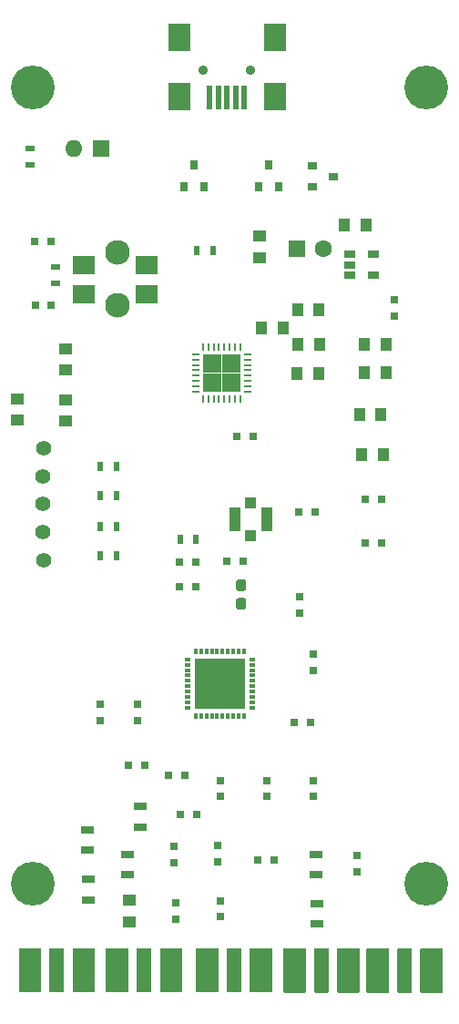
<source format=gbr>
%TF.GenerationSoftware,KiCad,Pcbnew,5.1.8*%
%TF.CreationDate,2020-12-02T12:44:59+08:00*%
%TF.ProjectId,msisdr,6d736973-6472-42e6-9b69-6361645f7063,rev?*%
%TF.SameCoordinates,Original*%
%TF.FileFunction,Soldermask,Top*%
%TF.FilePolarity,Negative*%
%FSLAX46Y46*%
G04 Gerber Fmt 4.6, Leading zero omitted, Abs format (unit mm)*
G04 Created by KiCad (PCBNEW 5.1.8) date 2020-12-02 12:44:59*
%MOMM*%
%LPD*%
G01*
G04 APERTURE LIST*
%ADD10R,1.000000X1.000000*%
%ADD11R,1.050000X2.200000*%
%ADD12C,4.064000*%
%ADD13R,0.800000X0.750000*%
%ADD14R,1.000000X1.250000*%
%ADD15R,1.250000X1.000000*%
%ADD16R,0.750000X0.800000*%
%ADD17R,1.600000X1.600000*%
%ADD18C,1.600000*%
%ADD19R,0.500000X2.300000*%
%ADD20R,2.000000X2.500000*%
%ADD21C,0.900000*%
%ADD22R,1.300000X0.700000*%
%ADD23R,0.500000X0.900000*%
%ADD24R,0.250000X0.700000*%
%ADD25R,0.700000X0.250000*%
%ADD26R,1.725000X1.725000*%
%ADD27R,0.300000X0.500000*%
%ADD28R,0.500000X0.300000*%
%ADD29R,1.150000X1.150000*%
%ADD30C,2.300000*%
%ADD31C,1.400000*%
%ADD32O,1.600000X1.600000*%
%ADD33R,0.900000X0.500000*%
%ADD34R,1.060000X0.650000*%
%ADD35R,0.900000X0.800000*%
%ADD36R,2.100000X1.700000*%
%ADD37R,0.800000X0.900000*%
G04 APERTURE END LIST*
D10*
%TO.C,J12*%
X138225000Y-91670000D03*
X138225000Y-88670000D03*
D11*
X139700000Y-90170000D03*
X136750000Y-90170000D03*
%TD*%
%TO.C,C43*%
G36*
G01*
X137094624Y-97475868D02*
X137569624Y-97475868D01*
G75*
G02*
X137807124Y-97713368I0J-237500D01*
G01*
X137807124Y-98313368D01*
G75*
G02*
X137569624Y-98550868I-237500J0D01*
G01*
X137094624Y-98550868D01*
G75*
G02*
X136857124Y-98313368I0J237500D01*
G01*
X136857124Y-97713368D01*
G75*
G02*
X137094624Y-97475868I237500J0D01*
G01*
G37*
G36*
G01*
X137094624Y-95750868D02*
X137569624Y-95750868D01*
G75*
G02*
X137807124Y-95988368I0J-237500D01*
G01*
X137807124Y-96588368D01*
G75*
G02*
X137569624Y-96825868I-237500J0D01*
G01*
X137094624Y-96825868D01*
G75*
G02*
X136857124Y-96588368I0J237500D01*
G01*
X136857124Y-95988368D01*
G75*
G02*
X137094624Y-95750868I237500J0D01*
G01*
G37*
%TD*%
D12*
%TO.C,REF\u002A\u002A*%
X154500000Y-124000000D03*
%TD*%
%TO.C,REF\u002A\u002A*%
X118000000Y-124000000D03*
%TD*%
%TO.C,REF\u002A\u002A*%
X154500000Y-50000000D03*
%TD*%
%TO.C,REF\u002A\u002A*%
X118000000Y-50000000D03*
%TD*%
D13*
%TO.C,C1*%
X138449000Y-82486000D03*
X136949000Y-82486000D03*
%TD*%
D14*
%TO.C,C2*%
X148329000Y-80416000D03*
X150329000Y-80416000D03*
%TD*%
%TO.C,C3*%
X142579000Y-70656000D03*
X144579000Y-70656000D03*
%TD*%
%TO.C,C4*%
X148549000Y-84106000D03*
X150549000Y-84106000D03*
%TD*%
D15*
%TO.C,C5*%
X120989000Y-81026000D03*
X120989000Y-79026000D03*
%TD*%
D14*
%TO.C,C6*%
X144619000Y-73926000D03*
X142619000Y-73926000D03*
%TD*%
D15*
%TO.C,C7*%
X120979000Y-74286000D03*
X120979000Y-76286000D03*
%TD*%
D14*
%TO.C,C8*%
X142539000Y-76596000D03*
X144539000Y-76596000D03*
%TD*%
D13*
%TO.C,C9*%
X119699000Y-70226000D03*
X118199000Y-70226000D03*
%TD*%
%TO.C,C10*%
X119649000Y-64326000D03*
X118149000Y-64326000D03*
%TD*%
D16*
%TO.C,C11*%
X127706120Y-107352400D03*
X127706120Y-108852400D03*
%TD*%
%TO.C,C12*%
X135366760Y-114428840D03*
X135366760Y-115928840D03*
%TD*%
D13*
%TO.C,C13*%
X142269000Y-109026000D03*
X143769000Y-109026000D03*
%TD*%
D16*
%TO.C,C14*%
X139755880Y-114428840D03*
X139755880Y-115928840D03*
%TD*%
%TO.C,C15*%
X144023080Y-114439000D03*
X144023080Y-115939000D03*
%TD*%
D13*
%TO.C,C16*%
X132103560Y-113926620D03*
X130603560Y-113926620D03*
%TD*%
%TO.C,C17*%
X128385000Y-113042700D03*
X126885000Y-113042700D03*
%TD*%
D14*
%TO.C,C18*%
X148809000Y-76506000D03*
X150809000Y-76506000D03*
%TD*%
D16*
%TO.C,C19*%
X144079000Y-102726000D03*
X144079000Y-104226000D03*
%TD*%
D13*
%TO.C,C20*%
X148859000Y-92326000D03*
X150359000Y-92326000D03*
%TD*%
%TO.C,C21*%
X144209000Y-89446000D03*
X142709000Y-89446000D03*
%TD*%
%TO.C,C22*%
X133119000Y-94106000D03*
X131619000Y-94106000D03*
%TD*%
%TO.C,C23*%
X135999000Y-94056000D03*
X137499000Y-94056000D03*
%TD*%
D16*
%TO.C,C24*%
X124190760Y-107372720D03*
X124190760Y-108872720D03*
%TD*%
D13*
%TO.C,C25*%
X148879000Y-88296000D03*
X150379000Y-88296000D03*
%TD*%
%TO.C,C26*%
X133129720Y-96418400D03*
X131629720Y-96418400D03*
%TD*%
D15*
%TO.C,C27*%
X126911100Y-127568200D03*
X126911100Y-125568200D03*
%TD*%
D16*
%TO.C,C28*%
X131221480Y-125825820D03*
X131221480Y-127325820D03*
%TD*%
%TO.C,C29*%
X135384540Y-125602300D03*
X135384540Y-127102300D03*
%TD*%
%TO.C,C30*%
X148094700Y-122936700D03*
X148094700Y-121436700D03*
%TD*%
%TO.C,C31*%
X131109720Y-120545160D03*
X131109720Y-122045160D03*
%TD*%
D13*
%TO.C,C32*%
X140409360Y-121798080D03*
X138909360Y-121798080D03*
%TD*%
D16*
%TO.C,C33*%
X135161020Y-120489280D03*
X135161020Y-121989280D03*
%TD*%
D13*
%TO.C,C34*%
X131700840Y-117579140D03*
X133200840Y-117579140D03*
%TD*%
D17*
%TO.C,C35*%
X142499000Y-64986000D03*
D18*
X144999000Y-64986000D03*
%TD*%
D14*
%TO.C,C36*%
X150799000Y-73926000D03*
X148799000Y-73926000D03*
%TD*%
D15*
%TO.C,C37*%
X139090000Y-65820000D03*
X139090000Y-63820000D03*
%TD*%
D14*
%TO.C,C38*%
X148959000Y-62786000D03*
X146959000Y-62786000D03*
%TD*%
%TO.C,J6*%
G36*
G01*
X128954000Y-134126000D02*
X127704000Y-134126000D01*
G75*
G02*
X127654000Y-134076000I0J50000D01*
G01*
X127654000Y-130076000D01*
G75*
G02*
X127704000Y-130026000I50000J0D01*
G01*
X128954000Y-130026000D01*
G75*
G02*
X129004000Y-130076000I0J-50000D01*
G01*
X129004000Y-134076000D01*
G75*
G02*
X128954000Y-134126000I-50000J0D01*
G01*
G37*
G36*
G01*
X131829000Y-134126000D02*
X129829000Y-134126000D01*
G75*
G02*
X129779000Y-134076000I0J50000D01*
G01*
X129779000Y-130076000D01*
G75*
G02*
X129829000Y-130026000I50000J0D01*
G01*
X131829000Y-130026000D01*
G75*
G02*
X131879000Y-130076000I0J-50000D01*
G01*
X131879000Y-134076000D01*
G75*
G02*
X131829000Y-134126000I-50000J0D01*
G01*
G37*
G36*
G01*
X126829000Y-134126000D02*
X124829000Y-134126000D01*
G75*
G02*
X124779000Y-134076000I0J50000D01*
G01*
X124779000Y-130076000D01*
G75*
G02*
X124829000Y-130026000I50000J0D01*
G01*
X126829000Y-130026000D01*
G75*
G02*
X126879000Y-130076000I0J-50000D01*
G01*
X126879000Y-134076000D01*
G75*
G02*
X126829000Y-134126000I-50000J0D01*
G01*
G37*
%TD*%
%TO.C,J7*%
G36*
G01*
X145425320Y-134144600D02*
X144175320Y-134144600D01*
G75*
G02*
X144125320Y-134094600I0J50000D01*
G01*
X144125320Y-130094600D01*
G75*
G02*
X144175320Y-130044600I50000J0D01*
G01*
X145425320Y-130044600D01*
G75*
G02*
X145475320Y-130094600I0J-50000D01*
G01*
X145475320Y-134094600D01*
G75*
G02*
X145425320Y-134144600I-50000J0D01*
G01*
G37*
G36*
G01*
X148300320Y-134144600D02*
X146300320Y-134144600D01*
G75*
G02*
X146250320Y-134094600I0J50000D01*
G01*
X146250320Y-130094600D01*
G75*
G02*
X146300320Y-130044600I50000J0D01*
G01*
X148300320Y-130044600D01*
G75*
G02*
X148350320Y-130094600I0J-50000D01*
G01*
X148350320Y-134094600D01*
G75*
G02*
X148300320Y-134144600I-50000J0D01*
G01*
G37*
G36*
G01*
X143300320Y-134144600D02*
X141300320Y-134144600D01*
G75*
G02*
X141250320Y-134094600I0J50000D01*
G01*
X141250320Y-130094600D01*
G75*
G02*
X141300320Y-130044600I50000J0D01*
G01*
X143300320Y-130044600D01*
G75*
G02*
X143350320Y-130094600I0J-50000D01*
G01*
X143350320Y-134094600D01*
G75*
G02*
X143300320Y-134144600I-50000J0D01*
G01*
G37*
%TD*%
%TO.C,J8*%
G36*
G01*
X120830500Y-134119200D02*
X119580500Y-134119200D01*
G75*
G02*
X119530500Y-134069200I0J50000D01*
G01*
X119530500Y-130069200D01*
G75*
G02*
X119580500Y-130019200I50000J0D01*
G01*
X120830500Y-130019200D01*
G75*
G02*
X120880500Y-130069200I0J-50000D01*
G01*
X120880500Y-134069200D01*
G75*
G02*
X120830500Y-134119200I-50000J0D01*
G01*
G37*
G36*
G01*
X123705500Y-134119200D02*
X121705500Y-134119200D01*
G75*
G02*
X121655500Y-134069200I0J50000D01*
G01*
X121655500Y-130069200D01*
G75*
G02*
X121705500Y-130019200I50000J0D01*
G01*
X123705500Y-130019200D01*
G75*
G02*
X123755500Y-130069200I0J-50000D01*
G01*
X123755500Y-134069200D01*
G75*
G02*
X123705500Y-134119200I-50000J0D01*
G01*
G37*
G36*
G01*
X118705500Y-134119200D02*
X116705500Y-134119200D01*
G75*
G02*
X116655500Y-134069200I0J50000D01*
G01*
X116655500Y-130069200D01*
G75*
G02*
X116705500Y-130019200I50000J0D01*
G01*
X118705500Y-130019200D01*
G75*
G02*
X118755500Y-130069200I0J-50000D01*
G01*
X118755500Y-134069200D01*
G75*
G02*
X118705500Y-134119200I-50000J0D01*
G01*
G37*
%TD*%
%TO.C,J9*%
G36*
G01*
X137327800Y-134119200D02*
X136077800Y-134119200D01*
G75*
G02*
X136027800Y-134069200I0J50000D01*
G01*
X136027800Y-130069200D01*
G75*
G02*
X136077800Y-130019200I50000J0D01*
G01*
X137327800Y-130019200D01*
G75*
G02*
X137377800Y-130069200I0J-50000D01*
G01*
X137377800Y-134069200D01*
G75*
G02*
X137327800Y-134119200I-50000J0D01*
G01*
G37*
G36*
G01*
X140202800Y-134119200D02*
X138202800Y-134119200D01*
G75*
G02*
X138152800Y-134069200I0J50000D01*
G01*
X138152800Y-130069200D01*
G75*
G02*
X138202800Y-130019200I50000J0D01*
G01*
X140202800Y-130019200D01*
G75*
G02*
X140252800Y-130069200I0J-50000D01*
G01*
X140252800Y-134069200D01*
G75*
G02*
X140202800Y-134119200I-50000J0D01*
G01*
G37*
G36*
G01*
X135202800Y-134119200D02*
X133202800Y-134119200D01*
G75*
G02*
X133152800Y-134069200I0J50000D01*
G01*
X133152800Y-130069200D01*
G75*
G02*
X133202800Y-130019200I50000J0D01*
G01*
X135202800Y-130019200D01*
G75*
G02*
X135252800Y-130069200I0J-50000D01*
G01*
X135252800Y-134069200D01*
G75*
G02*
X135202800Y-134119200I-50000J0D01*
G01*
G37*
%TD*%
%TO.C,J10*%
G36*
G01*
X153164700Y-134172540D02*
X151914700Y-134172540D01*
G75*
G02*
X151864700Y-134122540I0J50000D01*
G01*
X151864700Y-130122540D01*
G75*
G02*
X151914700Y-130072540I50000J0D01*
G01*
X153164700Y-130072540D01*
G75*
G02*
X153214700Y-130122540I0J-50000D01*
G01*
X153214700Y-134122540D01*
G75*
G02*
X153164700Y-134172540I-50000J0D01*
G01*
G37*
G36*
G01*
X156039700Y-134172540D02*
X154039700Y-134172540D01*
G75*
G02*
X153989700Y-134122540I0J50000D01*
G01*
X153989700Y-130122540D01*
G75*
G02*
X154039700Y-130072540I50000J0D01*
G01*
X156039700Y-130072540D01*
G75*
G02*
X156089700Y-130122540I0J-50000D01*
G01*
X156089700Y-134122540D01*
G75*
G02*
X156039700Y-134172540I-50000J0D01*
G01*
G37*
G36*
G01*
X151039700Y-134172540D02*
X149039700Y-134172540D01*
G75*
G02*
X148989700Y-134122540I0J50000D01*
G01*
X148989700Y-130122540D01*
G75*
G02*
X149039700Y-130072540I50000J0D01*
G01*
X151039700Y-130072540D01*
G75*
G02*
X151089700Y-130122540I0J-50000D01*
G01*
X151089700Y-134122540D01*
G75*
G02*
X151039700Y-134172540I-50000J0D01*
G01*
G37*
%TD*%
D19*
%TO.C,J11*%
X137619000Y-50996000D03*
X136819000Y-50996000D03*
X136019000Y-50996000D03*
X135219000Y-50996000D03*
X134419000Y-50996000D03*
D20*
X140469000Y-50896000D03*
X140469000Y-45396000D03*
X131569000Y-50896000D03*
X131569000Y-45396000D03*
D21*
X138219000Y-48396000D03*
X133819000Y-48396000D03*
%TD*%
D22*
%TO.C,L1*%
X144360900Y-125884900D03*
X144360900Y-127784900D03*
%TD*%
%TO.C,L2*%
X144322800Y-121274800D03*
X144322800Y-123174800D03*
%TD*%
%TO.C,L3*%
X123090940Y-123642080D03*
X123090940Y-125542080D03*
%TD*%
%TO.C,L4*%
X126796800Y-121312900D03*
X126796800Y-123212900D03*
%TD*%
%TO.C,L5*%
X123035060Y-119004040D03*
X123035060Y-120904040D03*
%TD*%
%TO.C,L6*%
X127939800Y-116855200D03*
X127939800Y-118755200D03*
%TD*%
D23*
%TO.C,R1*%
X133219000Y-65206000D03*
X134719000Y-65206000D03*
%TD*%
%TO.C,R2*%
X131650000Y-92000000D03*
X133150000Y-92000000D03*
%TD*%
D24*
%TO.C,U1*%
X133779000Y-78966000D03*
X134279000Y-78966000D03*
X134779000Y-78966000D03*
X135279000Y-78966000D03*
X135779000Y-78966000D03*
X136279000Y-78966000D03*
X136779000Y-78966000D03*
X137279000Y-78966000D03*
D25*
X137929000Y-78316000D03*
X137929000Y-77816000D03*
X137929000Y-77316000D03*
X137929000Y-76816000D03*
X137929000Y-76316000D03*
X137929000Y-75816000D03*
X137929000Y-75316000D03*
X137929000Y-74816000D03*
D24*
X137279000Y-74166000D03*
X136779000Y-74166000D03*
X136279000Y-74166000D03*
X135779000Y-74166000D03*
X135279000Y-74166000D03*
X134779000Y-74166000D03*
X134279000Y-74166000D03*
X133779000Y-74166000D03*
D25*
X133129000Y-74816000D03*
X133129000Y-75316000D03*
X133129000Y-75816000D03*
X133129000Y-76316000D03*
X133129000Y-76816000D03*
X133129000Y-77316000D03*
X133129000Y-77816000D03*
X133129000Y-78316000D03*
D26*
X136391500Y-75703500D03*
X134666500Y-75703500D03*
X136391500Y-77428500D03*
X134666500Y-77428500D03*
%TD*%
D27*
%TO.C,U2*%
X133109000Y-108426000D03*
X133609000Y-108426000D03*
X134109000Y-108426000D03*
X134609000Y-108426000D03*
X135109000Y-108426000D03*
X135609000Y-108426000D03*
X136109000Y-108426000D03*
X136609000Y-108426000D03*
X137109000Y-108426000D03*
X137609000Y-108426000D03*
D28*
X138359000Y-107676000D03*
X138359000Y-107176000D03*
X138359000Y-106676000D03*
X138359000Y-106176000D03*
X138359000Y-105676000D03*
X138359000Y-105176000D03*
X138359000Y-104676000D03*
X138359000Y-104176000D03*
X138359000Y-103676000D03*
X138359000Y-103176000D03*
D27*
X137609000Y-102426000D03*
X137109000Y-102426000D03*
X136609000Y-102426000D03*
X136109000Y-102426000D03*
X135609000Y-102426000D03*
X135109000Y-102426000D03*
X134609000Y-102426000D03*
X134109000Y-102426000D03*
X133609000Y-102426000D03*
X133109000Y-102426000D03*
D28*
X132359000Y-103176000D03*
X132359000Y-103676000D03*
X132359000Y-104176000D03*
X132359000Y-104676000D03*
X132359000Y-105176000D03*
X132359000Y-105676000D03*
X132359000Y-106176000D03*
X132359000Y-106676000D03*
X132359000Y-107176000D03*
X132359000Y-107676000D03*
D29*
X137084000Y-103701000D03*
X135934000Y-103701000D03*
X134784000Y-103701000D03*
X133634000Y-103701000D03*
X137084000Y-104851000D03*
X135934000Y-104851000D03*
X134784000Y-104851000D03*
X133634000Y-104851000D03*
X137084000Y-106001000D03*
X135934000Y-106001000D03*
X134784000Y-106001000D03*
X133634000Y-106001000D03*
X137084000Y-107151000D03*
X135934000Y-107151000D03*
X134784000Y-107151000D03*
X133634000Y-107151000D03*
%TD*%
D30*
%TO.C,Y1*%
X125809000Y-70236000D03*
X125809000Y-65336000D03*
%TD*%
D31*
%TO.C,J1*%
X118949000Y-83556000D03*
%TD*%
%TO.C,J2*%
X118929000Y-86156000D03*
%TD*%
%TO.C,J3*%
X118869000Y-88746000D03*
%TD*%
%TO.C,J4*%
X118899000Y-91336000D03*
%TD*%
%TO.C,J5*%
X118979000Y-93966000D03*
%TD*%
D14*
%TO.C,C39*%
X139220000Y-72410000D03*
X141220000Y-72410000D03*
%TD*%
D17*
%TO.C,D5*%
X124290000Y-55740000D03*
D32*
X121750000Y-55740000D03*
%TD*%
D33*
%TO.C,R3*%
X117690000Y-57240000D03*
X117690000Y-55740000D03*
%TD*%
D16*
%TO.C,C40*%
X151610000Y-71240000D03*
X151610000Y-69740000D03*
%TD*%
D33*
%TO.C,R4*%
X120050000Y-66730000D03*
X120050000Y-68230000D03*
%TD*%
D34*
%TO.C,U3*%
X147400000Y-65560000D03*
X147400000Y-66510000D03*
X147400000Y-67460000D03*
X149600000Y-67460000D03*
X149600000Y-65560000D03*
%TD*%
D35*
%TO.C,U4*%
X143930000Y-57340000D03*
X143930000Y-59240000D03*
X145930000Y-58290000D03*
%TD*%
D36*
%TO.C,Y2*%
X122690000Y-69260000D03*
X128590000Y-69260000D03*
X128590000Y-66560000D03*
X122690000Y-66560000D03*
%TD*%
D37*
%TO.C,D1*%
X132020000Y-59220000D03*
X133920000Y-59220000D03*
X132970000Y-57220000D03*
%TD*%
%TO.C,D2*%
X138940000Y-59230000D03*
X140840000Y-59230000D03*
X139890000Y-57230000D03*
%TD*%
D23*
%TO.C,R5*%
X124220000Y-85260000D03*
X125720000Y-85260000D03*
%TD*%
%TO.C,R6*%
X124240000Y-87990000D03*
X125740000Y-87990000D03*
%TD*%
%TO.C,R7*%
X124260000Y-90850000D03*
X125760000Y-90850000D03*
%TD*%
%TO.C,R8*%
X124240000Y-93550000D03*
X125740000Y-93550000D03*
%TD*%
D15*
%TO.C,C41*%
X116560000Y-78950000D03*
X116560000Y-80950000D03*
%TD*%
D16*
%TO.C,C42*%
X142750000Y-97380000D03*
X142750000Y-98880000D03*
%TD*%
M02*

</source>
